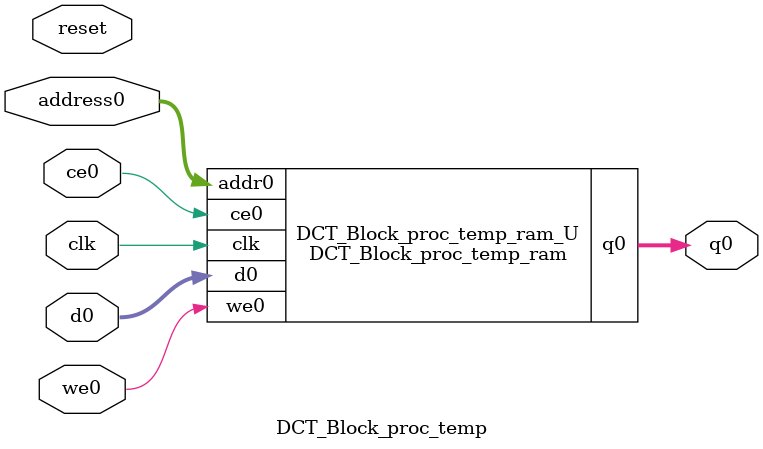
<source format=v>

`timescale 1 ns / 1 ps
module DCT_Block_proc_temp_ram (addr0, ce0, d0, we0, q0,  clk);

parameter DWIDTH = 32;
parameter AWIDTH = 6;
parameter MEM_SIZE = 64;

input[AWIDTH-1:0] addr0;
input ce0;
input[DWIDTH-1:0] d0;
input we0;
output reg[DWIDTH-1:0] q0;
input clk;

(* ram_style = "block" *)reg [DWIDTH-1:0] ram[MEM_SIZE-1:0];




always @(posedge clk)  
begin 
    if (ce0) 
    begin
        if (we0) 
        begin 
            ram[addr0] <= d0; 
            q0 <= d0;
        end 
        else 
            q0 <= ram[addr0];
    end
end


endmodule


`timescale 1 ns / 1 ps
module DCT_Block_proc_temp(
    reset,
    clk,
    address0,
    ce0,
    we0,
    d0,
    q0);

parameter DataWidth = 32'd32;
parameter AddressRange = 32'd64;
parameter AddressWidth = 32'd6;
input reset;
input clk;
input[AddressWidth - 1:0] address0;
input ce0;
input we0;
input[DataWidth - 1:0] d0;
output[DataWidth - 1:0] q0;



DCT_Block_proc_temp_ram DCT_Block_proc_temp_ram_U(
    .clk( clk ),
    .addr0( address0 ),
    .ce0( ce0 ),
    .d0( d0 ),
    .we0( we0 ),
    .q0( q0 ));

endmodule


</source>
